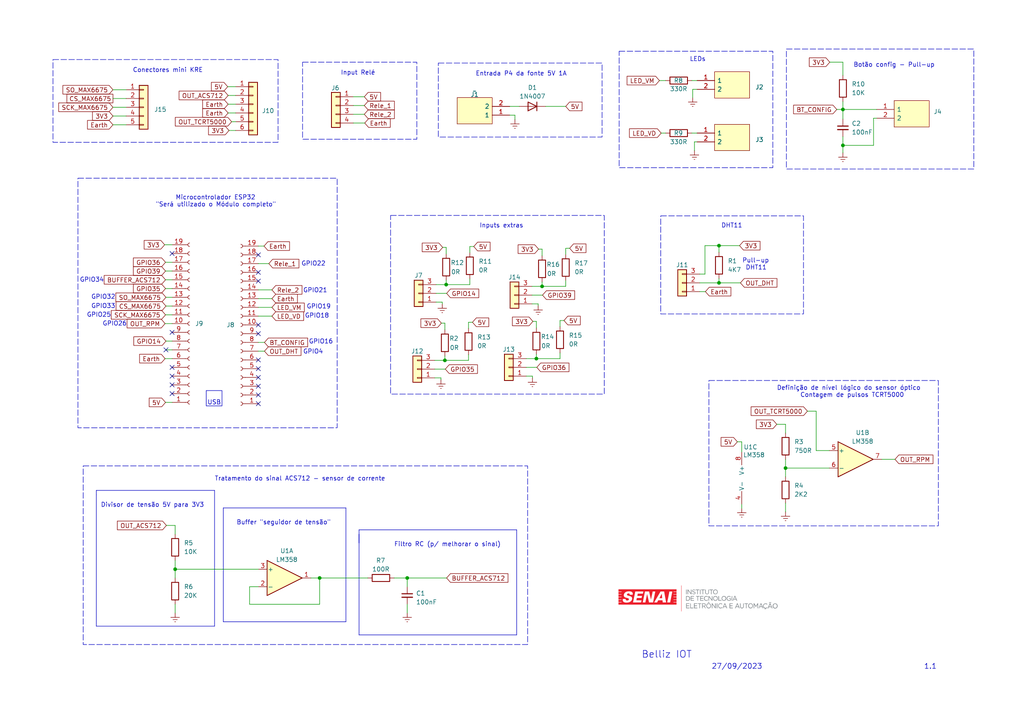
<source format=kicad_sch>
(kicad_sch (version 20230121) (generator eeschema)
  (paper "A4")
  (lib_symbols
    (symbol "Amplifier_Operational:LM358" (pin_names (offset 0.127))
      (property "Reference" "U" (at 0 5.08 0))
      (property "Value" "LM358" (at 0 -5.08 0))
      (symbol "LM358_1_1"
        (polyline (pts (xy -5.08 5.08) (xy 5.08 0) (xy -5.08 -5.08) (xy -5.08 5.08)) (stroke (width 0.254)) (fill (type background)))
        (pin output line (at 7.62 0 180) (length 2.54) (name "~") (number "1"))
        (pin input line (at -7.62 -2.54 0) (length 2.54) (name "-") (number "2"))
        (pin input line (at -7.62 2.54 0) (length 2.54) (name "+") (number "3"))
      )
      (symbol "LM358_2_1"
        (polyline (pts (xy -5.08 5.08) (xy 5.08 0) (xy -5.08 -5.08) (xy -5.08 5.08)) (stroke (width 0.254)) (fill (type background)))
        (pin input line (at -7.62 2.54 0) (length 2.54) (name "+") (number "5"))
        (pin input line (at -7.62 -2.54 0) (length 2.54) (name "-") (number "6"))
        (pin output line (at 7.62 0 180) (length 2.54) (name "~") (number "7"))
      )
      (symbol "LM358_3_1"
        (pin power_in line (at -2.54 -7.62 90) (length 3.81) (name "V-") (number "4"))
        (pin power_in line (at -2.54 7.62 270) (length 3.81) (name "V+") (number "8"))
      )
    )
    (symbol "Connector:Conn_01x19_Socket" (pin_names (offset 1.016) hide)
      (property "Reference" "J" (at 0 25.4 0))
      (property "Value" "Conn_01x19_Socket" (at 0 -25.4 0))
      (symbol "Conn_01x19_Socket_1_1"
        (arc (start 0 -22.352) (mid -0.5058 -22.86) (end 0 -23.368) (stroke (width 0.1524)))
        (arc (start 0 -19.812) (mid -0.5058 -20.32) (end 0 -20.828) (stroke (width 0.1524)))
        (arc (start 0 -17.272) (mid -0.5058 -17.78) (end 0 -18.288) (stroke (width 0.1524)))
        (arc (start 0 -14.732) (mid -0.5058 -15.24) (end 0 -15.748) (stroke (width 0.1524)))
        (arc (start 0 -12.192) (mid -0.5058 -12.7) (end 0 -13.208) (stroke (width 0.1524)))
        (arc (start 0 -9.652) (mid -0.5058 -10.16) (end 0 -10.668) (stroke (width 0.1524)))
        (arc (start 0 -7.112) (mid -0.5058 -7.62) (end 0 -8.128) (stroke (width 0.1524)))
        (arc (start 0 -4.572) (mid -0.5058 -5.08) (end 0 -5.588) (stroke (width 0.1524)))
        (arc (start 0 -2.032) (mid -0.5058 -2.54) (end 0 -3.048) (stroke (width 0.1524)))
        (polyline (pts (xy -1.27 -22.86) (xy -0.508 -22.86)) (stroke (width 0.1524)))
        (polyline (pts (xy -1.27 -20.32) (xy -0.508 -20.32)) (stroke (width 0.1524)))
        (polyline (pts (xy -1.27 -17.78) (xy -0.508 -17.78)) (stroke (width 0.1524)))
        (polyline (pts (xy -1.27 -15.24) (xy -0.508 -15.24)) (stroke (width 0.1524)))
        (polyline (pts (xy -1.27 -12.7) (xy -0.508 -12.7)) (stroke (width 0.1524)))
        (polyline (pts (xy -1.27 -10.16) (xy -0.508 -10.16)) (stroke (width 0.1524)))
        (polyline (pts (xy -1.27 -7.62) (xy -0.508 -7.62)) (stroke (width 0.1524)))
        (polyline (pts (xy -1.27 -5.08) (xy -0.508 -5.08)) (stroke (width 0.1524)))
        (polyline (pts (xy -1.27 -2.54) (xy -0.508 -2.54)) (stroke (width 0.1524)))
        (polyline (pts (xy -1.27 0) (xy -0.508 0)) (stroke (width 0.1524)))
        (polyline (pts (xy -1.27 2.54) (xy -0.508 2.54)) (stroke (width 0.1524)))
        (polyline (pts (xy -1.27 5.08) (xy -0.508 5.08)) (stroke (width 0.1524)))
        (polyline (pts (xy -1.27 7.62) (xy -0.508 7.62)) (stroke (width 0.1524)))
        (polyline (pts (xy -1.27 10.16) (xy -0.508 10.16)) (stroke (width 0.1524)))
        (polyline (pts (xy -1.27 12.7) (xy -0.508 12.7)) (stroke (width 0.1524)))
        (polyline (pts (xy -1.27 15.24) (xy -0.508 15.24)) (stroke (width 0.1524)))
        (polyline (pts (xy -1.27 17.78) (xy -0.508 17.78)) (stroke (width 0.1524)))
        (polyline (pts (xy -1.27 20.32) (xy -0.508 20.32)) (stroke (width 0.1524)))
        (polyline (pts (xy -1.27 22.86) (xy -0.508 22.86)) (stroke (width 0.1524)))
        (arc (start 0 0.508) (mid -0.5058 0) (end 0 -0.508) (stroke (width 0.1524)))
        (arc (start 0 3.048) (mid -0.5058 2.54) (end 0 2.032) (stroke (width 0.1524)))
        (arc (start 0 5.588) (mid -0.5058 5.08) (end 0 4.572) (stroke (width 0.1524)))
        (arc (start 0 8.128) (mid -0.5058 7.62) (end 0 7.112) (stroke (width 0.1524)))
        (arc (start 0 10.668) (mid -0.5058 10.16) (end 0 9.652) (stroke (width 0.1524)))
        (arc (start 0 13.208) (mid -0.5058 12.7) (end 0 12.192) (stroke (width 0.1524)))
        (arc (start 0 15.748) (mid -0.5058 15.24) (end 0 14.732) (stroke (width 0.1524)))
        (arc (start 0 18.288) (mid -0.5058 17.78) (end 0 17.272) (stroke (width 0.1524)))
        (arc (start 0 20.828) (mid -0.5058 20.32) (end 0 19.812) (stroke (width 0.1524)))
        (arc (start 0 23.368) (mid -0.5058 22.86) (end 0 22.352) (stroke (width 0.1524)))
        (pin passive line (at -5.08 22.86 0) (length 3.81) (name "Pin_1") (number "1"))
        (pin passive line (at -5.08 0 0) (length 3.81) (name "Pin_10") (number "10"))
        (pin passive line (at -5.08 -2.54 0) (length 3.81) (name "Pin_11") (number "11"))
        (pin passive line (at -5.08 -5.08 0) (length 3.81) (name "Pin_12") (number "12"))
        (pin passive line (at -5.08 -7.62 0) (length 3.81) (name "Pin_13") (number "13"))
        (pin passive line (at -5.08 -10.16 0) (length 3.81) (name "Pin_14") (number "14"))
        (pin passive line (at -5.08 -12.7 0) (length 3.81) (name "Pin_15") (number "15"))
        (pin passive line (at -5.08 -15.24 0) (length 3.81) (name "Pin_16") (number "16"))
        (pin passive line (at -5.08 -17.78 0) (length 3.81) (name "Pin_17") (number "17"))
        (pin passive line (at -5.08 -20.32 0) (length 3.81) (name "Pin_18") (number "18"))
        (pin passive line (at -5.08 -22.86 0) (length 3.81) (name "Pin_19") (number "19"))
        (pin passive line (at -5.08 20.32 0) (length 3.81) (name "Pin_2") (number "2"))
        (pin passive line (at -5.08 17.78 0) (length 3.81) (name "Pin_3") (number "3"))
        (pin passive line (at -5.08 15.24 0) (length 3.81) (name "Pin_4") (number "4"))
        (pin passive line (at -5.08 12.7 0) (length 3.81) (name "Pin_5") (number "5"))
        (pin passive line (at -5.08 10.16 0) (length 3.81) (name "Pin_6") (number "6"))
        (pin passive line (at -5.08 7.62 0) (length 3.81) (name "Pin_7") (number "7"))
        (pin passive line (at -5.08 5.08 0) (length 3.81) (name "Pin_8") (number "8"))
        (pin passive line (at -5.08 2.54 0) (length 3.81) (name "Pin_9") (number "9"))
      )
    )
    (symbol "Connector_Generic:Conn_01x03" (pin_names (offset 1.016) hide)
      (property "Reference" "J" (at 0 5.08 0))
      (property "Value" "Conn_01x03" (at 0 -5.08 0))
      (symbol "Conn_01x03_1_1"
        (rectangle (start -1.27 -2.413) (end 0 -2.667) (stroke (width 0.1524)))
        (rectangle (start -1.27 0.127) (end 0 -0.127) (stroke (width 0.1524)))
        (rectangle (start -1.27 2.667) (end 0 2.413) (stroke (width 0.1524)))
        (rectangle (start -1.27 3.81) (end 1.27 -3.81) (stroke (width 0.254)) (fill (type background)))
        (pin passive line (at -5.08 2.54 0) (length 3.81) (name "Pin_1") (number "1"))
        (pin passive line (at -5.08 0 0) (length 3.81) (name "Pin_2") (number "2"))
        (pin passive line (at -5.08 -2.54 0) (length 3.81) (name "Pin_3") (number "3"))
      )
    )
    (symbol "Connector_Generic:Conn_01x04" (pin_names (offset 1.016) hide)
      (property "Reference" "J" (at 0 5.08 0))
      (property "Value" "Conn_01x04" (at 0 -7.62 0))
      (symbol "Conn_01x04_1_1"
        (rectangle (start -1.27 -4.953) (end 0 -5.207) (stroke (width 0.1524)))
        (rectangle (start -1.27 -2.413) (end 0 -2.667) (stroke (width 0.1524)))
        (rectangle (start -1.27 0.127) (end 0 -0.127) (stroke (width 0.1524)))
        (rectangle (start -1.27 2.667) (end 0 2.413) (stroke (width 0.1524)))
        (rectangle (start -1.27 3.81) (end 1.27 -6.35) (stroke (width 0.254)) (fill (type background)))
        (pin passive line (at -5.08 2.54 0) (length 3.81) (name "Pin_1") (number "1"))
        (pin passive line (at -5.08 0 0) (length 3.81) (name "Pin_2") (number "2"))
        (pin passive line (at -5.08 -2.54 0) (length 3.81) (name "Pin_3") (number "3"))
        (pin passive line (at -5.08 -5.08 0) (length 3.81) (name "Pin_4") (number "4"))
      )
    )
    (symbol "Connector_Generic:Conn_01x05" (pin_names (offset 1.016) hide)
      (property "Reference" "J" (at 0 7.62 0))
      (property "Value" "Conn_01x05" (at 0 -7.62 0))
      (symbol "Conn_01x05_1_1"
        (rectangle (start -1.27 -4.953) (end 0 -5.207) (stroke (width 0.1524)))
        (rectangle (start -1.27 -2.413) (end 0 -2.667) (stroke (width 0.1524)))
        (rectangle (start -1.27 0.127) (end 0 -0.127) (stroke (width 0.1524)))
        (rectangle (start -1.27 2.667) (end 0 2.413) (stroke (width 0.1524)))
        (rectangle (start -1.27 5.207) (end 0 4.953) (stroke (width 0.1524)))
        (rectangle (start -1.27 6.35) (end 1.27 -6.35) (stroke (width 0.254)) (fill (type background)))
        (pin passive line (at -5.08 5.08 0) (length 3.81) (name "Pin_1") (number "1"))
        (pin passive line (at -5.08 2.54 0) (length 3.81) (name "Pin_2") (number "2"))
        (pin passive line (at -5.08 0 0) (length 3.81) (name "Pin_3") (number "3"))
        (pin passive line (at -5.08 -2.54 0) (length 3.81) (name "Pin_4") (number "4"))
        (pin passive line (at -5.08 -5.08 0) (length 3.81) (name "Pin_5") (number "5"))
      )
    )
    (symbol "Connector_Generic:Conn_01x06" (pin_names (offset 1.016) hide)
      (property "Reference" "J" (at 0 7.62 0))
      (property "Value" "Conn_01x06" (at 0 -10.16 0))
      (symbol "Conn_01x06_1_1"
        (rectangle (start -1.27 -7.493) (end 0 -7.747) (stroke (width 0.1524)))
        (rectangle (start -1.27 -4.953) (end 0 -5.207) (stroke (width 0.1524)))
        (rectangle (start -1.27 -2.413) (end 0 -2.667) (stroke (width 0.1524)))
        (rectangle (start -1.27 0.127) (end 0 -0.127) (stroke (width 0.1524)))
        (rectangle (start -1.27 2.667) (end 0 2.413) (stroke (width 0.1524)))
        (rectangle (start -1.27 5.207) (end 0 4.953) (stroke (width 0.1524)))
        (rectangle (start -1.27 6.35) (end 1.27 -8.89) (stroke (width 0.254)) (fill (type background)))
        (pin passive line (at -5.08 5.08 0) (length 3.81) (name "Pin_1") (number "1"))
        (pin passive line (at -5.08 2.54 0) (length 3.81) (name "Pin_2") (number "2"))
        (pin passive line (at -5.08 0 0) (length 3.81) (name "Pin_3") (number "3"))
        (pin passive line (at -5.08 -2.54 0) (length 3.81) (name "Pin_4") (number "4"))
        (pin passive line (at -5.08 -5.08 0) (length 3.81) (name "Pin_5") (number "5"))
        (pin passive line (at -5.08 -7.62 0) (length 3.81) (name "Pin_6") (number "6"))
      )
    )
    (symbol "Device:C_Small" (pin_numbers hide) (pin_names (offset 0.254) hide)
      (property "Reference" "C" (at 0.254 1.778 0))
      (property "Value" "C_Small" (at 0.254 -2.032 0))
      (symbol "C_Small_0_1"
        (polyline (pts (xy -1.524 -0.508) (xy 1.524 -0.508)) (stroke (width 0.3302)))
        (polyline (pts (xy -1.524 0.508) (xy 1.524 0.508)) (stroke (width 0.3048)))
      )
      (symbol "C_Small_1_1"
        (pin passive line (at 0 2.54 270) (length 2.032) (name "~") (number "1"))
        (pin passive line (at 0 -2.54 90) (length 2.032) (name "~") (number "2"))
      )
    )
    (symbol "Device:R" (pin_numbers hide) (pin_names (offset 0))
      (property "Reference" "R" (at 2.032 0 90))
      (property "Value" "R" (at 0 0 90))
      (symbol "R_0_1"
        (rectangle (start -1.016 -2.54) (end 1.016 2.54) (stroke (width 0.254)))
      )
      (symbol "R_1_1"
        (pin passive line (at 0 3.81 270) (length 1.27) (name "~") (number "1"))
        (pin passive line (at 0 -3.81 90) (length 1.27) (name "~") (number "2"))
      )
    )
    (symbol "Diode:1N4007" (pin_numbers hide) (pin_names hide)
      (property "Reference" "D" (at 0 2.54 0))
      (property "Value" "1N4007" (at 0 -2.54 0))
      (symbol "1N4007_0_1"
        (polyline (pts (xy -1.27 1.27) (xy -1.27 -1.27)) (stroke (width 0.254)))
        (polyline (pts (xy 1.27 0) (xy -1.27 0)))
        (polyline (pts (xy 1.27 1.27) (xy 1.27 -1.27) (xy -1.27 0) (xy 1.27 1.27)) (stroke (width 0.254)))
      )
      (symbol "1N4007_1_1"
        (pin passive line (at -3.81 0 0) (length 2.54) (name "K") (number "1"))
        (pin passive line (at 3.81 0 180) (length 2.54) (name "A") (number "2"))
      )
    )
    (symbol "My_library:440054-2" (pin_names (offset 0.762))
      (property "Reference" "J" (at 16.51 7.62 0))
      (property "Value" "440054-2" (at 16.51 5.08 0))
      (symbol "440054-2_0_0"
        (pin passive line (at 0 0 0) (length 5.08) (name "1") (number "1"))
        (pin passive line (at 0 -2.54 0) (length 5.08) (name "2") (number "2"))
      )
      (symbol "440054-2_1_1"
        (polyline (pts (xy 5.08 2.54) (xy 15.24 2.54) (xy 15.24 -5.08) (xy 5.08 -5.08) (xy 5.08 2.54)) (stroke (width 0.1524)) (fill (type background)))
      )
    )
    (symbol "power:Earth" (power) (pin_names (offset 0))
      (symbol "Earth_0_1"
        (polyline (pts (xy -0.635 -1.905) (xy 0.635 -1.905)))
        (polyline (pts (xy -0.127 -2.54) (xy 0.127 -2.54)))
        (polyline (pts (xy 0 -1.27) (xy 0 0)))
        (polyline (pts (xy 1.27 -1.27) (xy -1.27 -1.27)))
      )
      (symbol "Earth_1_1"
        (pin power_in line (at 0 0 270) (length 0) hide (name "Earth") (number "1"))
      )
    )
  )
  (junction (at 118.11 167.64))
  (junction (at 208.534 82.042))
  (junction (at 155.575 104.013))
  (junction (at 129.413 82.55))
  (junction (at 92.71 167.64))
  (junction (at 157.226 83.058))
  (junction (at 227.838 135.763))
  (junction (at 244.475 31.75))
  (junction (at 50.8 165.1))
  (junction (at 244.475 42.164))
  (junction (at 129.032 104.521))
  (junction (at 208.534 71.247))
  (no_connect (at 74.93 112.014))
  (no_connect (at 74.93 114.554))
  (no_connect (at 49.911 109.093))
  (no_connect (at 74.93 78.994))
  (no_connect (at 74.93 109.474))
  (no_connect (at 49.911 114.173))
  (no_connect (at 48.133 101.473))
  (no_connect (at 74.93 73.914))
  (no_connect (at 49.911 73.533))
  (no_connect (at 49.911 111.633))
  (no_connect (at 74.93 106.934))
  (no_connect (at 74.93 104.394))
  (no_connect (at 74.93 94.234))
  (no_connect (at 74.93 81.534))
  (no_connect (at 49.911 106.553))
  (no_connect (at 74.93 117.094))
  (no_connect (at 74.93 96.774))
  (no_connect (at 49.911 96.393))
  (wire (pts (xy 36.576 36.195) (xy 32.766 36.195)))
  (wire (pts (xy 76.708 99.314) (xy 74.93 99.314)))
  (wire (pts (xy 127.889 109.601) (xy 126.111 109.601)))
  (wire (pts (xy 129.413 71.755) (xy 129.413 73.66)))
  (wire (pts (xy 48.006 76.073) (xy 49.911 76.073)))
  (polyline (pts (xy 27.94 143.51) (xy 27.94 181.61)))
  (wire (pts (xy 236.728 119.253) (xy 236.728 130.683)))
  (wire (pts (xy 244.475 39.624) (xy 244.475 42.164)))
  (wire (pts (xy 128.397 71.755) (xy 129.413 71.755)))
  (wire (pts (xy 201.422 43.688) (xy 201.422 41.148)))
  (wire (pts (xy 92.71 167.64) (xy 106.68 167.64)))
  (wire (pts (xy 155.575 104.013) (xy 155.575 102.743)))
  (wire (pts (xy 200.914 25.908) (xy 202.184 25.908)))
  (wire (pts (xy 191.77 38.608) (xy 193.04 38.608)))
  (wire (pts (xy 66.167 32.766) (xy 68.326 32.766)))
  (wire (pts (xy 149.352 34.671) (xy 149.352 33.401)))
  (wire (pts (xy 162.433 102.362) (xy 162.433 104.013)))
  (wire (pts (xy 48.006 78.613) (xy 49.911 78.613)))
  (wire (pts (xy 162.433 94.742) (xy 162.433 92.964)))
  (wire (pts (xy 36.576 26.035) (xy 32.766 26.035)))
  (wire (pts (xy 204.47 71.247) (xy 208.534 71.247)))
  (wire (pts (xy 164.084 81.407) (xy 164.084 83.058)))
  (wire (pts (xy 155.575 93.218) (xy 155.575 95.123)))
  (polyline (pts (xy 64.77 180.34) (xy 100.33 180.34)))
  (wire (pts (xy 126.492 85.09) (xy 129.54 85.09)))
  (polyline (pts (xy 104.14 184.15) (xy 149.86 184.15)))
  (wire (pts (xy 48.26 152.4) (xy 50.8 152.4)))
  (wire (pts (xy 135.89 104.521) (xy 129.032 104.521)))
  (wire (pts (xy 154.305 83.058) (xy 157.226 83.058)))
  (wire (pts (xy 36.576 31.115) (xy 32.766 31.115)))
  (polyline (pts (xy 62.23 142.24) (xy 27.94 142.24)))
  (wire (pts (xy 92.71 175.26) (xy 92.71 167.64)))
  (wire (pts (xy 227.838 135.763) (xy 240.538 135.763)))
  (wire (pts (xy 157.226 72.263) (xy 157.226 74.168)))
  (wire (pts (xy 135.89 102.87) (xy 135.89 104.521)))
  (wire (pts (xy 236.728 130.683) (xy 240.538 130.683)))
  (wire (pts (xy 227.838 123.063) (xy 227.838 125.603)))
  (wire (pts (xy 208.534 82.042) (xy 214.757 82.042)))
  (wire (pts (xy 154.432 109.093) (xy 152.654 109.093)))
  (wire (pts (xy 118.11 167.64) (xy 129.54 167.64)))
  (wire (pts (xy 242.697 31.75) (xy 244.475 31.75)))
  (wire (pts (xy 136.271 80.899) (xy 136.271 82.55)))
  (wire (pts (xy 48.133 101.473) (xy 49.911 101.473)))
  (wire (pts (xy 74.93 101.854) (xy 76.708 101.854)))
  (wire (pts (xy 48.133 98.933) (xy 49.911 98.933)))
  (wire (pts (xy 78.867 89.154) (xy 74.93 89.154)))
  (wire (pts (xy 191.262 23.368) (xy 193.04 23.368)))
  (wire (pts (xy 50.8 152.4) (xy 50.8 154.94)))
  (wire (pts (xy 244.475 18.034) (xy 244.475 21.844)))
  (wire (pts (xy 225.298 123.063) (xy 227.838 123.063)))
  (wire (pts (xy 102.489 30.607) (xy 105.664 30.607)))
  (wire (pts (xy 127.889 110.109) (xy 127.889 109.601)))
  (wire (pts (xy 72.39 170.18) (xy 72.39 175.26)))
  (wire (pts (xy 49.911 91.313) (xy 48.006 91.313)))
  (wire (pts (xy 253.365 42.164) (xy 244.475 42.164)))
  (wire (pts (xy 162.433 92.964) (xy 163.576 92.964)))
  (wire (pts (xy 147.828 33.401) (xy 149.352 33.401)))
  (wire (pts (xy 90.17 167.64) (xy 92.71 167.64)))
  (wire (pts (xy 227.838 135.763) (xy 227.838 138.303)))
  (wire (pts (xy 136.271 71.501) (xy 137.414 71.501)))
  (wire (pts (xy 156.083 88.138) (xy 154.305 88.138)))
  (wire (pts (xy 36.576 33.655) (xy 32.766 33.655)))
  (wire (pts (xy 135.89 93.472) (xy 137.033 93.472)))
  (wire (pts (xy 49.911 104.013) (xy 47.879 104.013)))
  (wire (pts (xy 135.89 95.25) (xy 135.89 93.472)))
  (wire (pts (xy 147.828 30.861) (xy 150.622 30.861)))
  (wire (pts (xy 253.365 34.29) (xy 253.365 42.164)))
  (polyline (pts (xy 104.14 154.94) (xy 104.14 184.15)))
  (wire (pts (xy 156.21 72.263) (xy 157.226 72.263)))
  (wire (pts (xy 156.083 88.646) (xy 156.083 88.138)))
  (wire (pts (xy 164.084 73.787) (xy 164.084 72.009)))
  (wire (pts (xy 49.911 93.853) (xy 47.879 93.853)))
  (wire (pts (xy 128.27 88.138) (xy 128.27 87.63)))
  (wire (pts (xy 200.914 28.321) (xy 200.914 25.908)))
  (wire (pts (xy 49.911 81.153) (xy 48.006 81.153)))
  (wire (pts (xy 126.111 107.061) (xy 129.159 107.061)))
  (wire (pts (xy 200.66 23.368) (xy 202.184 23.368)))
  (wire (pts (xy 126.492 82.55) (xy 129.413 82.55)))
  (polyline (pts (xy 27.94 181.61) (xy 62.23 181.61)))
  (wire (pts (xy 74.93 76.454) (xy 77.978 76.454)))
  (wire (pts (xy 102.489 35.687) (xy 105.791 35.687)))
  (polyline (pts (xy 149.86 153.67) (xy 104.14 153.67)))
  (wire (pts (xy 236.728 119.253) (xy 234.188 119.253)))
  (wire (pts (xy 49.911 116.713) (xy 48.006 116.713)))
  (wire (pts (xy 129.032 93.726) (xy 129.032 95.631)))
  (wire (pts (xy 66.421 37.846) (xy 68.326 37.846)))
  (wire (pts (xy 76.581 71.374) (xy 74.93 71.374)))
  (wire (pts (xy 50.8 165.1) (xy 74.93 165.1)))
  (wire (pts (xy 72.39 175.26) (xy 92.71 175.26)))
  (wire (pts (xy 74.93 84.074) (xy 78.867 84.074)))
  (wire (pts (xy 49.911 88.773) (xy 48.133 88.773)))
  (polyline (pts (xy 100.33 180.34) (xy 100.33 147.32)))
  (wire (pts (xy 49.911 86.233) (xy 48.133 86.233)))
  (wire (pts (xy 254.254 34.29) (xy 253.365 34.29)))
  (wire (pts (xy 128.016 93.726) (xy 129.032 93.726)))
  (wire (pts (xy 208.534 80.772) (xy 208.534 82.042)))
  (wire (pts (xy 244.475 31.75) (xy 254.254 31.75)))
  (wire (pts (xy 66.167 30.226) (xy 68.326 30.226)))
  (wire (pts (xy 78.867 86.614) (xy 74.93 86.614)))
  (wire (pts (xy 67.183 35.306) (xy 68.326 35.306)))
  (wire (pts (xy 126.111 104.521) (xy 129.032 104.521)))
  (wire (pts (xy 154.559 93.218) (xy 155.575 93.218)))
  (wire (pts (xy 208.534 71.247) (xy 208.534 73.152)))
  (wire (pts (xy 208.534 71.247) (xy 214.503 71.247)))
  (wire (pts (xy 204.47 79.502) (xy 202.946 79.502)))
  (wire (pts (xy 204.47 71.247) (xy 204.47 79.502)))
  (wire (pts (xy 154.305 85.598) (xy 157.353 85.598)))
  (wire (pts (xy 227.838 145.923) (xy 227.838 148.463)))
  (wire (pts (xy 66.04 25.146) (xy 68.326 25.146)))
  (wire (pts (xy 164.084 72.009) (xy 165.227 72.009)))
  (wire (pts (xy 157.226 83.058) (xy 157.226 81.788)))
  (wire (pts (xy 244.475 29.464) (xy 244.475 31.75)))
  (polyline (pts (xy 64.77 147.32) (xy 100.33 147.32)))
  (wire (pts (xy 215.138 146.304) (xy 215.138 147.447)))
  (wire (pts (xy 240.665 18.034) (xy 244.475 18.034)))
  (wire (pts (xy 164.084 83.058) (xy 157.226 83.058)))
  (wire (pts (xy 118.11 175.26) (xy 118.11 177.8)))
  (wire (pts (xy 162.433 104.013) (xy 155.575 104.013)))
  (wire (pts (xy 49.911 70.993) (xy 47.752 70.993)))
  (wire (pts (xy 244.475 31.75) (xy 244.475 34.544)))
  (wire (pts (xy 215.138 128.143) (xy 215.138 131.064)))
  (wire (pts (xy 152.654 104.013) (xy 155.575 104.013)))
  (wire (pts (xy 50.8 175.26) (xy 50.8 177.8)))
  (wire (pts (xy 202.946 82.042) (xy 208.534 82.042)))
  (wire (pts (xy 50.8 162.56) (xy 50.8 165.1)))
  (polyline (pts (xy 62.23 181.61) (xy 62.23 142.24)))
  (wire (pts (xy 244.475 42.164) (xy 244.475 44.323)))
  (wire (pts (xy 114.3 167.64) (xy 118.11 167.64)))
  (wire (pts (xy 202.946 84.582) (xy 204.597 84.582)))
  (wire (pts (xy 74.93 170.18) (xy 72.39 170.18)))
  (wire (pts (xy 152.654 106.553) (xy 155.702 106.553)))
  (polyline (pts (xy 104.14 153.67) (xy 104.14 157.48)))
  (wire (pts (xy 129.032 104.521) (xy 129.032 103.251)))
  (wire (pts (xy 50.8 165.1) (xy 50.8 167.64)))
  (wire (pts (xy 78.867 91.694) (xy 74.93 91.694)))
  (wire (pts (xy 66.167 27.686) (xy 68.326 27.686)))
  (wire (pts (xy 255.778 133.223) (xy 259.588 133.223)))
  (wire (pts (xy 36.576 28.575) (xy 32.766 28.575)))
  (polyline (pts (xy 149.86 184.15) (xy 149.86 153.67)))
  (wire (pts (xy 48.006 83.693) (xy 49.911 83.693)))
  (wire (pts (xy 201.422 41.148) (xy 202.184 41.148)))
  (wire (pts (xy 200.66 38.608) (xy 202.184 38.608)))
  (wire (pts (xy 136.271 73.279) (xy 136.271 71.501)))
  (polyline (pts (xy 27.94 142.24) (xy 27.94 143.51)))
  (polyline (pts (xy 64.77 147.32) (xy 64.77 180.34)))
  (wire (pts (xy 213.868 128.143) (xy 215.138 128.143)))
  (wire (pts (xy 126.492 87.63) (xy 128.27 87.63)))
  (wire (pts (xy 227.838 133.223) (xy 227.838 135.763)))
  (wire (pts (xy 118.11 167.64) (xy 118.11 170.18)))
  (wire (pts (xy 129.413 82.55) (xy 129.413 81.28)))
  (wire (pts (xy 102.489 28.067) (xy 105.664 28.067)))
  (wire (pts (xy 136.271 82.55) (xy 129.413 82.55)))
  (wire (pts (xy 158.242 30.861) (xy 164.084 30.861)))
  (wire (pts (xy 154.432 109.601) (xy 154.432 109.093)))
  (wire (pts (xy 102.489 33.147) (xy 105.664 33.147)))
  (rectangle (start 179.578 14.859) (end 224.155 48.641) (stroke (width 0) (type dash)))
  (rectangle (start 127.127 18.288) (end 174.625 39.751) (stroke (width 0) (type dash)))
  (rectangle (start 24.13 135.128) (end 153.035 186.944) (stroke (width 0) (type dash)))
  (rectangle (start 205.613 110.363) (end 272.161 152.527) (stroke (width 0) (type dash)))
  (rectangle (start 22.606 51.689) (end 97.79 124.079) (stroke (width 0) (type dash)))
  (rectangle (start 64.389 117.729) (end 59.817 113.284))
  (rectangle (start 15.367 17.272) (end 80.645 41.275) (stroke (width 0) (type dash)))
  (rectangle (start 191.643 62.611) (end 233.045 91.059) (stroke (width 0) (type dash)))
  (rectangle (start 113.284 62.484) (end 175.26 114.3) (stroke (width 0) (type dash)))
  (rectangle (start 87.757 18.034) (end 120.904 40.386) (stroke (width 0) (type dash)))
  (rectangle (start 228.092 14.224) (end 282.448 49.022) (stroke (width 0) (type dash)))
  (image (at 203.2 173.99) (scale 0.625172))
  (text "GPIO4\n\n" (at 87.884 104.902 0) (effects (font (size 1.27 1.27)) (justify left bottom)))
  (text "Entrada P4 da fonte 5V 1A" (at 137.922 22.225 0) (effects (font (size 1.27 1.27)) (justify left bottom)))
  (text "      Microcontrolador ESP32 \n\"Será utilizado o Módulo completo\"" (at 45.085 60.198 0) (effects (font (size 1.27 1.27)) (justify left bottom)))
  (text "GPIO18\n\n" (at 88.392 94.488 0) (effects (font (size 1.27 1.27)) (justify left bottom)))
  (text "GPIO33\n\n" (at 26.416 91.694 0) (effects (font (size 1.27 1.27)) (justify left bottom)))
  (text "LEDs" (at 200.025 18.034 0) (effects (font (size 1.27 1.27)) (justify left bottom)))
  (text "GPIO22\n" (at 87.376 77.343 0) (effects (font (size 1.27 1.27)) (justify left bottom)))
  (text "Filtro RC (p/ melhorar o sinal)" (at 114.3 158.75 0) (effects (font (size 1.27 1.27)) (justify left bottom)))
  (text "Inputs extras" (at 139.065 66.294 0) (effects (font (size 1.27 1.27)) (justify left bottom)))
  (text "Belliz IOT" (at 186.055 191.135 0) (effects (font (size 2 2)) (justify left bottom)))
  (text "Pull-up \n DHT11" (at 215.265 78.486 0) (effects (font (size 1.27 1.27)) (justify left bottom)))
  (text "Tratamento do sinal ACS712 - sensor de corrente" (at 62.23 139.7 0) (effects (font (size 1.27 1.27)) (justify left bottom)))
  (text "GPIO34\n\n" (at 23.114 84.074 0) (effects (font (size 1.27 1.27)) (justify left bottom)))
  (text "Buffer \"seguidor de tensão\"" (at 68.58 152.4 0) (effects (font (size 1.27 1.27)) (justify left bottom)))
  (text "USB" (at 64.135 117.602 0) (effects (font (size 1.27 1.27)) (justify right bottom)))
  (text "Input Relé" (at 98.806 21.971 0) (effects (font (size 1.27 1.27)) (justify left bottom)))
  (text "27/09/2023" (at 206.375 194.31 0) (effects (font (size 1.5 1.5)) (justify left bottom)))
  (text "Conectores mini KRE" (at 38.481 21.209 0) (effects (font (size 1.27 1.27)) (justify left bottom)))
  (text "GPIO21\n" (at 87.884 85.09 0) (effects (font (size 1.27 1.27)) (justify left bottom)))
  (text "Botão config - Pull-up" (at 247.523 19.685 0) (effects (font (size 1.27 1.27)) (justify left bottom)))
  (text "Definição de nível lógico do sensor óptico \n       Contagem de pulsos TCRT5000" (at 225.298 115.443 0) (effects (font (size 1.27 1.27)) (justify left bottom)))
  (text "GPIO19\n\n" (at 88.9 91.821 0) (effects (font (size 1.27 1.27)) (justify left bottom)))
  (text "GPIO16\n\n" (at 89.535 101.981 0) (effects (font (size 1.27 1.27)) (justify left bottom)))
  (text "GPIO32\n\n" (at 26.416 89.027 0) (effects (font (size 1.27 1.27)) (justify left bottom)))
  (text "GPIO25\n\n" (at 25.146 94.234 0) (effects (font (size 1.27 1.27)) (justify left bottom)))
  (text "DHT11" (at 209.169 66.294 0) (effects (font (size 1.27 1.27)) (justify left bottom)))
  (text "1.1" (at 267.97 194.31 0) (effects (font (size 1.5 1.5)) (justify left bottom)))
  (text "GPIO26\n\n" (at 29.718 96.774 0) (effects (font (size 1.27 1.27)) (justify left bottom)))
  (text "Divisor de tensão 5V para 3V3" (at 29.21 147.32 0) (effects (font (size 1.27 1.27)) (justify left bottom)))
  (global_label "5V" (shape input) (at 213.868 128.143 180) (property "Intersheetrefs" "${INTERSHEET_REFS}" (effects hide)))
  (global_label "LED_VD" (shape input) (at 191.77 38.608 180) (property "Intersheetrefs" "${INTERSHEET_REFS}" (effects hide)))
  (global_label "Earth" (shape input) (at 66.167 30.226 180) (property "Intersheetrefs" "${INTERSHEET_REFS}" (effects hide)))
  (global_label "CS_MAX6675" (shape passive) (at 32.766 28.575 180) (property "Intersheetrefs" "${INTERSHEET_REFS}" (effects hide)))
  (global_label "Earth" (shape input) (at 76.581 71.374 0) (property "Intersheetrefs" "${INTERSHEET_REFS}" (effects hide)))
  (global_label "GPIO39" (shape input) (at 48.006 78.613 180) (property "Intersheetrefs" "${INTERSHEET_REFS}" (effects hide)))
  (global_label "3V3" (shape input) (at 66.421 37.846 180) (property "Intersheetrefs" "${INTERSHEET_REFS}" (effects hide)))
  (global_label "GPIO36" (shape input) (at 155.702 106.553 0) (property "Intersheetrefs" "${INTERSHEET_REFS}" (effects hide)))
  (global_label "GPIO36" (shape input) (at 48.006 76.073 180) (property "Intersheetrefs" "${INTERSHEET_REFS}" (effects hide)))
  (global_label "5V" (shape input) (at 66.04 25.146 180) (property "Intersheetrefs" "${INTERSHEET_REFS}" (effects hide)))
  (global_label "GPIO14" (shape input) (at 48.133 98.933 180) (property "Intersheetrefs" "${INTERSHEET_REFS}" (effects hide)))
  (global_label "5V" (shape input) (at 164.084 30.861 0) (property "Intersheetrefs" "${INTERSHEET_REFS}" (effects hide)))
  (global_label "LED_VM" (shape input) (at 78.867 89.154 0) (property "Intersheetrefs" "${INTERSHEET_REFS}" (effects hide)))
  (global_label "5V" (shape input) (at 137.414 71.501 0) (property "Intersheetrefs" "${INTERSHEET_REFS}" (effects hide)))
  (global_label "Earth" (shape input) (at 78.867 86.614 0) (property "Intersheetrefs" "${INTERSHEET_REFS}" (effects hide)))
  (global_label "BT_CONFIG" (shape input) (at 242.697 31.75 180) (property "Intersheetrefs" "${INTERSHEET_REFS}" (effects hide)))
  (global_label "3V3" (shape input) (at 128.397 71.755 180) (property "Intersheetrefs" "${INTERSHEET_REFS}" (effects hide)))
  (global_label "Rele_2" (shape input) (at 105.664 33.147 0) (property "Intersheetrefs" "${INTERSHEET_REFS}" (effects hide)))
  (global_label "GPIO14" (shape input) (at 129.54 85.09 0) (property "Intersheetrefs" "${INTERSHEET_REFS}" (effects hide)))
  (global_label "Earth" (shape input) (at 66.167 32.766 180) (property "Intersheetrefs" "${INTERSHEET_REFS}" (effects hide)))
  (global_label "OUT_RPM" (shape input) (at 47.879 93.853 180) (property "Intersheetrefs" "${INTERSHEET_REFS}" (effects hide)))
  (global_label "SCK_MAX6675" (shape input) (at 32.766 31.115 180) (property "Intersheetrefs" "${INTERSHEET_REFS}" (effects hide)))
  (global_label "Earth" (shape input) (at 32.766 36.195 180) (property "Intersheetrefs" "${INTERSHEET_REFS}" (effects hide)))
  (global_label "5V" (shape input) (at 105.664 28.067 0) (property "Intersheetrefs" "${INTERSHEET_REFS}" (effects hide)))
  (global_label "GPIO35" (shape input) (at 48.006 83.693 180) (property "Intersheetrefs" "${INTERSHEET_REFS}" (effects hide)))
  (global_label "OUT_TCRT5000" (shape input) (at 67.183 35.306 180) (property "Intersheetrefs" "${INTERSHEET_REFS}" (effects hide)))
  (global_label "3V3" (shape input) (at 32.766 33.655 180) (property "Intersheetrefs" "${INTERSHEET_REFS}" (effects hide)))
  (global_label "SO_MAX6675" (shape input) (at 32.766 26.035 180) (property "Intersheetrefs" "${INTERSHEET_REFS}" (effects hide)))
  (global_label "3V3" (shape input) (at 156.21 72.263 180) (property "Intersheetrefs" "${INTERSHEET_REFS}" (effects hide)))
  (global_label "BT_CONFIG" (shape input) (at 76.708 99.314 0) (property "Intersheetrefs" "${INTERSHEET_REFS}" (effects hide)))
  (global_label "OUT_DHT" (shape input) (at 76.708 101.854 0) (property "Intersheetrefs" "${INTERSHEET_REFS}" (effects hide)))
  (global_label "OUT_TCRT5000" (shape input) (at 234.188 119.253 180) (property "Intersheetrefs" "${INTERSHEET_REFS}" (effects hide)))
  (global_label "3V3" (shape input) (at 47.752 70.993 180) (property "Intersheetrefs" "${INTERSHEET_REFS}" (effects hide)))
  (global_label "SO_MAX6675" (shape input) (at 48.133 86.233 180) (property "Intersheetrefs" "${INTERSHEET_REFS}" (effects hide)))
  (global_label "3V3" (shape input) (at 154.559 93.218 180) (property "Intersheetrefs" "${INTERSHEET_REFS}" (effects hide)))
  (global_label "SCK_MAX6675" (shape input) (at 48.006 91.313 180) (property "Intersheetrefs" "${INTERSHEET_REFS}" (effects hide)))
  (global_label "LED_VM" (shape input) (at 191.262 23.368 180) (property "Intersheetrefs" "${INTERSHEET_REFS}" (effects hide)))
  (global_label "LED_VD" (shape input) (at 78.867 91.694 0) (property "Intersheetrefs" "${INTERSHEET_REFS}" (effects hide)))
  (global_label "Earth" (shape input) (at 204.597 84.582 0) (property "Intersheetrefs" "${INTERSHEET_REFS}" (effects hide)))
  (global_label "CS_MAX6675" (shape input) (at 48.133 88.773 180) (property "Intersheetrefs" "${INTERSHEET_REFS}" (effects hide)))
  (global_label "Earth" (shape input) (at 105.791 35.687 0) (property "Intersheetrefs" "${INTERSHEET_REFS}" (effects hide)))
  (global_label "3V3" (shape input) (at 225.298 123.063 180) (property "Intersheetrefs" "${INTERSHEET_REFS}" (effects hide)))
  (global_label "OUT_DHT" (shape input) (at 214.757 82.042 0) (property "Intersheetrefs" "${INTERSHEET_REFS}" (effects hide)))
  (global_label "3V3" (shape input) (at 128.016 93.726 180) (property "Intersheetrefs" "${INTERSHEET_REFS}" (effects hide)))
  (global_label "Rele_1" (shape input) (at 105.664 30.607 0) (property "Intersheetrefs" "${INTERSHEET_REFS}" (effects hide)))
  (global_label "Rele_2" (shape input) (at 78.867 84.074 0) (property "Intersheetrefs" "${INTERSHEET_REFS}" (effects hide)))
  (global_label "Rele_1" (shape input) (at 77.978 76.454 0) (property "Intersheetrefs" "${INTERSHEET_REFS}" (effects hide)))
  (global_label "OUT_ACS712" (shape input) (at 48.26 152.4 180) (property "Intersheetrefs" "${INTERSHEET_REFS}" (effects hide)))
  (global_label "3V3" (shape input) (at 240.665 18.034 180) (property "Intersheetrefs" "${INTERSHEET_REFS}" (effects hide)))
  (global_label "3V3" (shape input) (at 214.503 71.247 0) (property "Intersheetrefs" "${INTERSHEET_REFS}" (effects hide)))
  (global_label "BUFFER_ACS712" (shape input) (at 48.006 81.153 180) (property "Intersheetrefs" "${INTERSHEET_REFS}" (effects hide)))
  (global_label "GPIO39" (shape input) (at 157.353 85.598 0) (property "Intersheetrefs" "${INTERSHEET_REFS}" (effects hide)))
  (global_label "GPIO35" (shape input) (at 129.159 107.061 0) (property "Intersheetrefs" "${INTERSHEET_REFS}" (effects hide)))
  (global_label "5V" (shape input) (at 48.006 116.713 180) (property "Intersheetrefs" "${INTERSHEET_REFS}" (effects hide)))
  (global_label "OUT_ACS712" (shape input) (at 66.167 27.686 180) (property "Intersheetrefs" "${INTERSHEET_REFS}" (effects hide)))
  (global_label "5V" (shape input) (at 137.033 93.472 0) (property "Intersheetrefs" "${INTERSHEET_REFS}" (effects hide)))
  (global_label "5V" (shape input) (at 165.227 72.009 0) (property "Intersheetrefs" "${INTERSHEET_REFS}" (effects hide)))
  (global_label "BUFFER_ACS712" (shape input) (at 129.54 167.64 0) (property "Intersheetrefs" "${INTERSHEET_REFS}" (effects hide)))
  (global_label "Earth" (shape input) (at 47.879 104.013 180) (property "Intersheetrefs" "${INTERSHEET_REFS}" (effects hide)))
  (global_label "5V" (shape input) (at 163.576 92.964 0) (property "Intersheetrefs" "${INTERSHEET_REFS}" (effects hide)))
  (global_label "OUT_RPM" (shape input) (at 259.588 133.223 0) (property "Intersheetrefs" "${INTERSHEET_REFS}" (effects hide)))
  (symbol (lib_id "Connector_Generic:Conn_01x03") (at 121.412 85.09 180) (unit 1)
    (property "Reference" "J7" (at 121.412 79.883 0))
    (property "Value" "Conn_01x03" (effects hide))
    (property "Footprint" "My_library_footprint:KK_3Vias" (effects hide))
  )
  (symbol (lib_id "Device:R") (at 196.85 38.608 90) (unit 1)
    (property "Reference" "R9" (at 198.12 38.608 90) (effects (justify left)))
    (property "Value" "330R" (at 199.39 41.148 90) (effects (justify left)))
    (property "Footprint" "Resistor_SMD:R_0805_2012Metric" (effects hide))
  )
  (symbol (lib_id "Device:R") (at 135.89 99.06 0) (unit 1)
    (property "Reference" "R13" (at 138.43 97.7899 0) (effects (justify left)))
    (property "Value" "0R" (at 138.43 100.3299 0) (effects (justify left)))
    (property "Footprint" "Resistor_SMD:R_0805_2012Metric" (effects hide))
  )
  (symbol (lib_id "Connector_Generic:Conn_01x03") (at 197.866 82.042 180) (unit 1)
    (property "Reference" "J11" (at 197.866 76.835 0))
    (property "Value" "Conn_01x03" (effects hide))
    (property "Footprint" "My_library_footprint:KK_3Vias" (effects hide))
  )
  (symbol (lib_id "Device:C_Small") (at 118.11 172.72 0) (unit 1)
    (property "Reference" "C1" (at 120.65 172.0913 0) (effects (justify left)))
    (property "Value" "100nF" (at 120.65 174.6313 0) (effects (justify left)))
    (property "Footprint" "Capacitor_SMD:C_0805_2012Metric" (effects hide))
  )
  (symbol (lib_id "Connector_Generic:Conn_01x04") (at 97.409 30.607 0) (mirror y) (unit 1)
    (property "Reference" "J6" (at 97.282 25.527 0))
    (property "Value" "Conn_01x04" (effects hide))
    (property "Footprint" "My_library_footprint:KK_4vias" (effects hide))
  )
  (symbol (lib_id "Device:R") (at 136.271 77.089 0) (unit 1)
    (property "Reference" "R11" (at 138.811 75.8189 0) (effects (justify left)))
    (property "Value" "0R" (at 138.811 78.3589 0) (effects (justify left)))
    (property "Footprint" "Resistor_SMD:R_0805_2012Metric" (effects hide))
  )
  (symbol (lib_id "power:Earth") (at 215.138 147.447 0) (unit 1)
    (property "Reference" "#PWR08" (effects hide))
    (property "Value" "Earth" (effects hide))
  )
  (symbol (lib_id "Device:C_Small") (at 244.475 37.084 0) (unit 1)
    (property "Reference" "C2" (at 247.015 35.8202 0) (effects (justify left)))
    (property "Value" "100nF" (at 247.015 38.3602 0) (effects (justify left)))
    (property "Footprint" "Capacitor_SMD:C_0805_2012Metric" (effects hide))
  )
  (symbol (lib_id "power:Earth") (at 227.838 148.463 0) (unit 1)
    (property "Reference" "#PWR0101" (effects hide))
    (property "Value" "Earth" (effects hide))
  )
  (symbol (lib_id "Amplifier_Operational:LM358") (at 248.158 133.223 0) (unit 2)
    (property "Reference" "U1" (at 250.19 125.476 0))
    (property "Value" "LM358" (at 250.19 128.016 0))
    (property "Footprint" "Package_DIP:DIP-8_W7.62mm" (effects hide))
    (property "Datasheet" "http://www.ti.com/lit/ds/symlink/lm2904-n.pdf" (effects hide))
  )
  (symbol (lib_id "power:Earth") (at 200.914 28.321 0) (unit 1)
    (property "Reference" "#PWR01" (effects hide))
    (property "Value" "Earth" (effects hide))
  )
  (symbol (lib_id "power:Earth") (at 118.11 177.8 0) (unit 1)
    (property "Reference" "#PWR0102" (effects hide))
    (property "Value" "Earth" (effects hide))
  )
  (symbol (lib_id "power:Earth") (at 50.8 177.8 0) (unit 1)
    (property "Reference" "#PWR0103" (effects hide))
    (property "Value" "Earth" (effects hide))
  )
  (symbol (lib_id "power:Earth") (at 149.352 34.671 0) (unit 1)
    (property "Reference" "#PWR03" (effects hide))
    (property "Value" "Earth" (effects hide))
  )
  (symbol (lib_id "Device:R") (at 244.475 25.654 0) (unit 1)
    (property "Reference" "R10" (at 247.015 24.3839 0) (effects (justify left)))
    (property "Value" "10K" (at 247.015 26.9239 0) (effects (justify left)))
    (property "Footprint" "Resistor_SMD:R_0805_2012Metric" (effects hide))
  )
  (symbol (lib_id "Connector_Generic:Conn_01x03") (at 149.225 85.598 180) (unit 1)
    (property "Reference" "J14" (at 149.225 80.391 0))
    (property "Value" "Conn_01x03" (effects hide))
    (property "Footprint" "My_library_footprint:KK_3Vias" (effects hide))
  )
  (symbol (lib_id "power:Earth") (at 128.27 88.138 0) (unit 1)
    (property "Reference" "#PWR04" (effects hide))
    (property "Value" "Earth" (effects hide))
  )
  (symbol (lib_id "Device:R") (at 227.838 129.413 0) (unit 1)
    (property "Reference" "R3" (at 230.378 128.1429 0) (effects (justify left)))
    (property "Value" "750R" (at 230.378 130.6829 0) (effects (justify left)))
    (property "Footprint" "Resistor_SMD:R_0805_2012Metric" (effects hide))
  )
  (symbol (lib_id "power:Earth") (at 244.475 44.323 0) (unit 1)
    (property "Reference" "#PWR0104" (effects hide))
    (property "Value" "Earth" (effects hide))
  )
  (symbol (lib_id "Diode:1N4007") (at 154.432 30.861 180) (unit 1)
    (property "Reference" "D1" (at 154.432 25.4 0))
    (property "Value" "1N4007" (at 154.432 27.94 0))
    (property "Footprint" "Diode_THT:D_DO-41_SOD81_P10.16mm_Horizontal" (effects hide))
    (property "Datasheet" "http://www.vishay.com/docs/88503/1n4001.pdf" (effects hide))
    (property "Sim.Device" "D" (effects hide))
    (property "Sim.Pins" "1=K 2=A" (effects hide))
  )
  (symbol (lib_id "My_library:440054-2") (at 202.184 38.608 0) (unit 1)
    (property "Reference" "J3" (at 219.075 40.513 0) (effects (justify left)))
    (property "Value" "440054-2" (effects hide))
    (property "Footprint" "My_library_footprint:KK_2vias" (effects hide))
    (property "Datasheet" "https://www.te.com/commerce/DocumentDelivery/DDEController?Action=showdoc&DocId=Customer+Drawing%7F440054%7FF8%7Fpdf%7FEnglish%7FENG_CD_440054_F8.pdf%7F1-440054-2" (effects hide))
    (property "Description" "Header vert 2 way 2mm HPI TE Connectivity HPI Series, 2mm Pitch 2 Way 1 Row Straight PCB Header, Solder Termination, 3A" (effects hide))
    (property "Height" "6.35" (effects hide))
    (property "Mouser Part Number" "571-440054-2" (effects hide))
    (property "Mouser Price/Stock" "https://www.mouser.co.uk/ProductDetail/TE-Connectivity/440054-2?qs=JFPmFzpscO4RQaczYEA68w%3D%3D" (effects hide))
    (property "Manufacturer_Name" "TE Connectivity" (effects hide))
    (property "Manufacturer_Part_Number" "440054-2" (effects hide))
  )
  (symbol (lib_id "Connector_Generic:Conn_01x05") (at 41.656 31.115 0) (unit 1)
    (property "Reference" "J15" (at 44.704 31.75 0) (effects (justify left)))
    (property "Value" "Conn_01x05" (effects hide))
    (property "Footprint" "My_library_footprint:KRE_5Vias" (effects hide))
  )
  (symbol (lib_id "My_library:440054-2") (at 202.184 23.368 0) (unit 1)
    (property "Reference" "J2" (at 219.075 25.273 0) (effects (justify left)))
    (property "Value" "440054-2" (effects hide))
    (property "Footprint" "My_library_footprint:KK_2vias" (effects hide))
    (property "Datasheet" "https://www.te.com/commerce/DocumentDelivery/DDEController?Action=showdoc&DocId=Customer+Drawing%7F440054%7FF8%7Fpdf%7FEnglish%7FENG_CD_440054_F8.pdf%7F1-440054-2" (effects hide))
    (property "Description" "Header vert 2 way 2mm HPI TE Connectivity HPI Series, 2mm Pitch 2 Way 1 Row Straight PCB Header, Solder Termination, 3A" (effects hide))
    (property "Height" "6.35" (effects hide))
    (property "Mouser Part Number" "571-440054-2" (effects hide))
    (property "Mouser Price/Stock" "https://www.mouser.co.uk/ProductDetail/TE-Connectivity/440054-2?qs=JFPmFzpscO4RQaczYEA68w%3D%3D" (effects hide))
    (property "Manufacturer_Name" "TE Connectivity" (effects hide))
    (property "Manufacturer_Part_Number" "440054-2" (effects hide))
  )
  (symbol (lib_id "Device:R") (at 110.49 167.64 90) (unit 1)
    (property "Reference" "R7" (at 111.76 162.56 90) (effects (justify left)))
    (property "Value" "100R" (at 113.03 165.1 90) (effects (justify left)))
    (property "Footprint" "Resistor_SMD:R_0805_2012Metric" (effects hide))
  )
  (symbol (lib_id "Connector_Generic:Conn_01x03") (at 147.574 106.553 180) (unit 1)
    (property "Reference" "J13" (at 147.574 101.346 0))
    (property "Value" "Conn_01x03" (effects hide))
    (property "Footprint" "My_library_footprint:KK_3Vias" (effects hide))
  )
  (symbol (lib_id "My_library:440054-2") (at 147.828 33.401 180) (unit 1)
    (property "Reference" "J1" (at 137.668 27.432 0))
    (property "Value" "~" (at 137.668 26.416 0))
    (property "Footprint" "My_library_footprint:KK_2vias" (effects hide))
    (property "Datasheet" "https://www.te.com/commerce/DocumentDelivery/DDEController?Action=showdoc&DocId=Customer+Drawing%7F440054%7FF8%7Fpdf%7FEnglish%7FENG_CD_440054_F8.pdf%7F1-440054-2" (effects hide))
    (property "Description" "Header vert 2 way 2mm HPI TE Connectivity HPI Series, 2mm Pitch 2 Way 1 Row Straight PCB Header, Solder Termination, 3A" (effects hide))
    (property "Height" "6.35" (effects hide))
    (property "Mouser Part Number" "571-440054-2" (effects hide))
    (property "Mouser Price/Stock" "https://www.mouser.co.uk/ProductDetail/TE-Connectivity/440054-2?qs=JFPmFzpscO4RQaczYEA68w%3D%3D" (effects hide))
    (property "Manufacturer_Name" "TE Connectivity" (effects hide))
    (property "Manufacturer_Part_Number" "440054-2" (effects hide))
  )
  (symbol (lib_id "Device:R") (at 162.433 98.552 0) (unit 1)
    (property "Reference" "R15" (at 164.973 97.2819 0) (effects (justify left)))
    (property "Value" "0R" (at 164.973 99.8219 0) (effects (justify left)))
    (property "Footprint" "Resistor_SMD:R_0805_2012Metric" (effects hide))
  )
  (symbol (lib_id "Device:R") (at 227.838 142.113 0) (unit 1)
    (property "Reference" "R4" (at 230.378 140.8429 0) (effects (justify left)))
    (property "Value" "2K2" (at 230.378 143.3829 0) (effects (justify left)))
    (property "Footprint" "Resistor_SMD:R_0805_2012Metric" (effects hide))
  )
  (symbol (lib_id "Device:R") (at 129.032 99.441 0) (unit 1)
    (property "Reference" "R2" (at 130.302 98.171 0) (effects (justify left)))
    (property "Value" "0R" (at 130.429 100.838 0) (effects (justify left)))
    (property "Footprint" "Resistor_SMD:R_0805_2012Metric" (effects hide))
  )
  (symbol (lib_id "Connector_Generic:Conn_01x03") (at 121.031 107.061 180) (unit 1)
    (property "Reference" "J12" (at 121.031 101.854 0))
    (property "Value" "Conn_01x03" (effects hide))
    (property "Footprint" "My_library_footprint:KK_3Vias" (effects hide))
  )
  (symbol (lib_id "power:Earth") (at 201.422 43.688 0) (unit 1)
    (property "Reference" "#PWR02" (effects hide))
    (property "Value" "Earth" (effects hide))
  )
  (symbol (lib_id "Device:R") (at 155.575 98.933 0) (unit 1)
    (property "Reference" "R14" (at 156.845 97.663 0) (effects (justify left)))
    (property "Value" "0R" (at 156.972 100.33 0) (effects (justify left)))
    (property "Footprint" "Resistor_SMD:R_0805_2012Metric" (effects hide))
  )
  (symbol (lib_id "Amplifier_Operational:LM358") (at 82.55 167.64 0) (unit 1)
    (property "Reference" "U1" (at 83.185 159.766 0))
    (property "Value" "LM358" (at 83.185 162.306 0))
    (property "Footprint" "Package_DIP:DIP-8_W7.62mm" (effects hide))
    (property "Datasheet" "http://www.ti.com/lit/ds/symlink/lm2904-n.pdf" (effects hide))
  )
  (symbol (lib_id "Connector:Conn_01x19_Socket") (at 69.85 94.234 180) (unit 1)
    (property "Reference" "J8" (at 68.072 94.234 0) (effects (justify left)))
    (property "Value" "Conn_01x19_Socket" (effects hide))
    (property "Footprint" "My_library_footprint:Pin_header_19vias_female" (effects hide))
    (property "Sim.Enable" "0" (effects hide))
  )
  (symbol (lib_id "Connector:Conn_01x19_Socket") (at 54.991 93.853 0) (mirror x) (unit 1)
    (property "Reference" "J9" (at 57.785 93.853 0))
    (property "Value" "Conn_01x19_Socket" (effects hide))
    (property "Footprint" "My_library_footprint:Pin_header_19vias_female" (effects hide))
    (property "Sim.Enable" "0" (effects hide))
  )
  (symbol (lib_id "power:Earth") (at 156.083 88.646 0) (unit 1)
    (property "Reference" "#PWR07" (effects hide))
    (property "Value" "Earth" (effects hide))
  )
  (symbol (lib_id "My_library:440054-2") (at 254.254 31.75 0) (unit 1)
    (property "Reference" "J4" (at 270.764 32.385 0) (effects (justify left)))
    (property "Value" "440054-2" (effects hide))
    (property "Footprint" "My_library_footprint:KK_2vias" (effects hide))
    (property "Datasheet" "https://www.te.com/commerce/DocumentDelivery/DDEController?Action=showdoc&DocId=Customer+Drawing%7F440054%7FF8%7Fpdf%7FEnglish%7FENG_CD_440054_F8.pdf%7F1-440054-2" (effects hide))
    (property "Description" "Header vert 2 way 2mm HPI TE Connectivity HPI Series, 2mm Pitch 2 Way 1 Row Straight PCB Header, Solder Termination, 3A" (effects hide))
    (property "Height" "6.35" (effects hide))
    (property "Mouser Part Number" "571-440054-2" (effects hide))
    (property "Mouser Price/Stock" "https://www.mouser.co.uk/ProductDetail/TE-Connectivity/440054-2?qs=JFPmFzpscO4RQaczYEA68w%3D%3D" (effects hide))
    (property "Manufacturer_Name" "TE Connectivity" (effects hide))
    (property "Manufacturer_Part_Number" "440054-2" (effects hide))
  )
  (symbol (lib_id "Device:R") (at 164.084 77.597 0) (unit 1)
    (property "Reference" "R17" (at 166.624 76.3269 0) (effects (justify left)))
    (property "Value" "0R" (at 166.624 78.8669 0) (effects (justify left)))
    (property "Footprint" "Resistor_SMD:R_0805_2012Metric" (effects hide))
  )
  (symbol (lib_id "Connector_Generic:Conn_01x06") (at 73.406 30.226 0) (unit 1)
    (property "Reference" "J10" (at 75.946 32.131 0) (effects (justify left)))
    (property "Value" "Conn_01x06" (effects hide))
    (property "Footprint" "My_library_footprint:KRE_6Vias" (effects hide))
  )
  (symbol (lib_id "Device:R") (at 129.413 77.47 0) (unit 1)
    (property "Reference" "R12" (at 130.683 76.2 0) (effects (justify left)))
    (property "Value" "0R" (at 130.81 78.867 0) (effects (justify left)))
    (property "Footprint" "Resistor_SMD:R_0805_2012Metric" (effects hide))
  )
  (symbol (lib_id "Device:R") (at 50.8 171.45 0) (unit 1)
    (property "Reference" "R6" (at 53.34 170.1799 0) (effects (justify left)))
    (property "Value" "20K" (at 53.34 172.72 0) (effects (justify left)))
    (property "Footprint" "Resistor_SMD:R_0805_2012Metric" (effects hide))
  )
  (symbol (lib_id "Device:R") (at 208.534 76.962 0) (unit 1)
    (property "Reference" "R1" (at 211.074 75.6919 0) (effects (justify left)))
    (property "Value" "4K7" (at 211.074 78.2319 0) (effects (justify left)))
    (property "Footprint" "Resistor_SMD:R_0805_2012Metric" (effects hide))
  )
  (symbol (lib_id "Device:R") (at 157.226 77.978 0) (unit 1)
    (property "Reference" "R16" (at 158.496 76.708 0) (effects (justify left)))
    (property "Value" "0R" (at 158.623 79.375 0) (effects (justify left)))
    (property "Footprint" "Resistor_SMD:R_0805_2012Metric" (effects hide))
  )
  (symbol (lib_id "power:Earth") (at 127.889 110.109 0) (unit 1)
    (property "Reference" "#PWR05" (effects hide))
    (property "Value" "Earth" (effects hide))
  )
  (symbol (lib_id "Device:R") (at 50.8 158.75 0) (unit 1)
    (property "Reference" "R5" (at 53.34 157.4799 0) (effects (justify left)))
    (property "Value" "10K" (at 53.34 160.02 0) (effects (justify left)))
    (property "Footprint" "Resistor_SMD:R_0805_2012Metric" (effects hide))
  )
  (symbol (lib_id "Device:R") (at 196.85 23.368 90) (unit 1)
    (property "Reference" "R8" (at 198.12 23.368 90) (effects (justify left)))
    (property "Value" "330R" (at 199.39 25.781 90) (effects (justify left)))
    (property "Footprint" "Resistor_SMD:R_0805_2012Metric" (effects hide))
  )
  (symbol (lib_id "power:Earth") (at 154.432 109.601 0) (unit 1)
    (property "Reference" "#PWR06" (effects hide))
    (property "Value" "Earth" (effects hide))
  )
  (symbol (lib_id "Amplifier_Operational:LM358") (at 217.678 138.684 0) (unit 3)
    (property "Reference" "U1" (at 217.678 129.667 0))
    (property "Value" "LM358" (at 218.694 131.953 0))
    (property "Footprint" "Package_DIP:DIP-8_W7.62mm" (effects hide))
    (property "Datasheet" "http://www.ti.com/lit/ds/symlink/lm2904-n.pdf" (effects hide))
  )
)
</source>
